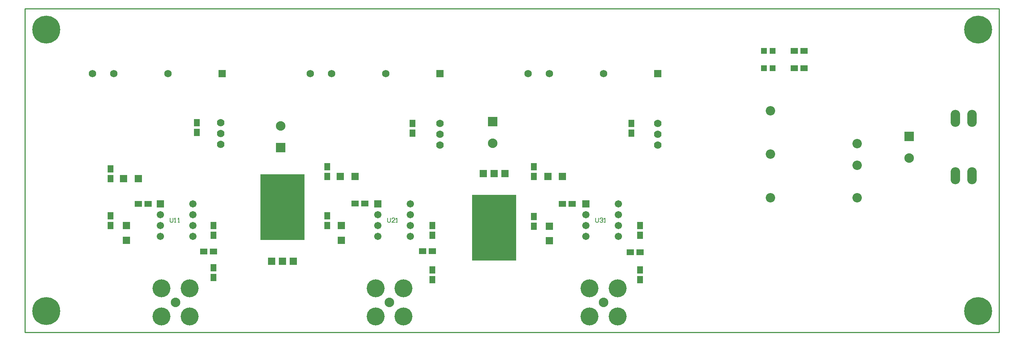
<source format=gts>
G04*
G04 #@! TF.GenerationSoftware,Altium Limited,Altium Designer,18.0.9 (584)*
G04*
G04 Layer_Color=8388736*
%FSLAX43Y43*%
%MOMM*%
G71*
G01*
G75*
%ADD10C,0.254*%
%ADD16C,0.178*%
%ADD23R,10.363X15.443*%
%ADD24R,1.727X1.727*%
%ADD25R,1.727X1.727*%
%ADD26R,1.727X1.473*%
%ADD27R,1.473X1.727*%
%ADD28R,1.403X1.403*%
%ADD29C,6.553*%
%ADD30R,1.778X1.778*%
%ADD31C,1.727*%
%ADD32R,2.235X2.235*%
%ADD33C,2.235*%
%ADD34C,1.778*%
%ADD35C,4.203*%
%ADD36R,1.703X1.703*%
%ADD37C,1.703*%
%ADD38C,2.203*%
%ADD39O,2.235X4.013*%
%ADD40C,1.473*%
D10*
X127Y76073D02*
X127Y127D01*
X228473D01*
X228473Y76073D02*
X228473Y127D01*
X127Y76073D02*
X228473D01*
D16*
X34163Y26924D02*
Y26077D01*
X34332Y25908D01*
X34671D01*
X34840Y26077D01*
Y26924D01*
X35179Y25908D02*
X35517D01*
X35348D01*
Y26924D01*
X35179Y26754D01*
X36025Y25908D02*
X36364D01*
X36194D01*
Y26924D01*
X36025Y26754D01*
X85090Y26924D02*
Y26077D01*
X85259Y25908D01*
X85598D01*
X85767Y26077D01*
Y26924D01*
X86783Y25908D02*
X86106D01*
X86783Y26585D01*
Y26754D01*
X86614Y26924D01*
X86275D01*
X86106Y26754D01*
X87121Y25908D02*
X87460D01*
X87291D01*
Y26924D01*
X87121Y26754D01*
X133858Y26924D02*
Y26077D01*
X134027Y25908D01*
X134366D01*
X134535Y26077D01*
Y26924D01*
X134874Y26754D02*
X135043Y26924D01*
X135382D01*
X135551Y26754D01*
Y26585D01*
X135382Y26416D01*
X135212D01*
X135382D01*
X135551Y26247D01*
Y26077D01*
X135382Y25908D01*
X135043D01*
X134874Y26077D01*
X135889Y25908D02*
X136228D01*
X136059D01*
Y26924D01*
X135889Y26754D01*
D23*
X60452Y29464D02*
D03*
X110109Y24638D02*
D03*
D24*
X123063Y21590D02*
D03*
Y25019D02*
D03*
X74295Y21717D02*
D03*
Y25146D02*
D03*
X23876Y21717D02*
D03*
Y25146D02*
D03*
D25*
X122682Y36703D02*
D03*
X126111D02*
D03*
X74041D02*
D03*
X77470D02*
D03*
X23241Y36195D02*
D03*
X26670D02*
D03*
X148463Y60833D02*
D03*
X97409D02*
D03*
X46355D02*
D03*
D26*
X126111Y30226D02*
D03*
X128397D02*
D03*
X144272Y18923D02*
D03*
X141986D02*
D03*
X95631Y19177D02*
D03*
X93345D02*
D03*
X77470Y30353D02*
D03*
X79756D02*
D03*
X26670Y30226D02*
D03*
X28956D02*
D03*
X182753Y66167D02*
D03*
X180467D02*
D03*
X182753Y62103D02*
D03*
X180467D02*
D03*
X44323Y19050D02*
D03*
X42037D02*
D03*
D27*
X144272Y12446D02*
D03*
Y14732D02*
D03*
X95631Y12446D02*
D03*
Y14732D02*
D03*
X70993Y36703D02*
D03*
Y38989D02*
D03*
X20193Y36195D02*
D03*
Y38481D02*
D03*
Y25146D02*
D03*
Y27432D02*
D03*
X44323Y12954D02*
D03*
Y15240D02*
D03*
Y22860D02*
D03*
Y25146D02*
D03*
X40386Y46990D02*
D03*
Y49276D02*
D03*
X95631Y22860D02*
D03*
Y25146D02*
D03*
X70993D02*
D03*
Y27432D02*
D03*
X90932Y46863D02*
D03*
Y49149D02*
D03*
X144272Y22860D02*
D03*
Y25146D02*
D03*
X119380Y25019D02*
D03*
Y27305D02*
D03*
Y36703D02*
D03*
Y38989D02*
D03*
X142240Y46863D02*
D03*
Y49149D02*
D03*
D28*
X175421Y62103D02*
D03*
X173321D02*
D03*
Y66167D02*
D03*
X175421D02*
D03*
D29*
X223520Y5080D02*
D03*
X5080D02*
D03*
Y71120D02*
D03*
X223520D02*
D03*
D30*
X62992Y16764D02*
D03*
X60452D02*
D03*
X57912D02*
D03*
X107569Y37338D02*
D03*
X110109D02*
D03*
X112649D02*
D03*
D31*
X60452Y34544D02*
D03*
X110109Y19558D02*
D03*
X135763Y60833D02*
D03*
X123063D02*
D03*
X118043D02*
D03*
X84709D02*
D03*
X72009D02*
D03*
X66989D02*
D03*
X33655D02*
D03*
X20955D02*
D03*
X15935D02*
D03*
D32*
X60071Y43434D02*
D03*
X109728Y49530D02*
D03*
X207391Y46101D02*
D03*
D33*
X60071Y48514D02*
D03*
X109728Y44450D02*
D03*
X207391Y41021D02*
D03*
X35431Y7114D02*
D03*
X85597D02*
D03*
X135763D02*
D03*
D34*
X148463Y44069D02*
D03*
Y46609D02*
D03*
Y49149D02*
D03*
X97409Y44069D02*
D03*
Y46609D02*
D03*
Y49149D02*
D03*
X45974Y44196D02*
D03*
Y46736D02*
D03*
Y49276D02*
D03*
D35*
X38731Y3814D02*
D03*
Y10414D02*
D03*
X32131D02*
D03*
Y3814D02*
D03*
X82297Y10414D02*
D03*
Y3814D02*
D03*
X88897D02*
D03*
Y10414D02*
D03*
X132463D02*
D03*
Y3814D02*
D03*
X139063D02*
D03*
Y10414D02*
D03*
D36*
X31877Y30226D02*
D03*
X82804D02*
D03*
X131572D02*
D03*
D37*
X31877Y27686D02*
D03*
Y25146D02*
D03*
Y22606D02*
D03*
X39497Y30226D02*
D03*
Y27686D02*
D03*
Y25146D02*
D03*
Y22606D02*
D03*
X82804Y27686D02*
D03*
Y25146D02*
D03*
Y22606D02*
D03*
X90424Y30226D02*
D03*
Y27686D02*
D03*
Y25146D02*
D03*
Y22606D02*
D03*
X131572Y27686D02*
D03*
Y25146D02*
D03*
Y22606D02*
D03*
X139192Y30226D02*
D03*
Y27686D02*
D03*
Y25146D02*
D03*
Y22606D02*
D03*
D38*
X174879Y31710D02*
D03*
Y41910D02*
D03*
Y52110D02*
D03*
X195179Y44410D02*
D03*
Y39310D02*
D03*
Y31710D02*
D03*
D39*
X218186Y50292D02*
D03*
X222148D02*
D03*
X218186Y36830D02*
D03*
X222148D02*
D03*
D40*
X62992Y25400D02*
D03*
X60452D02*
D03*
X57912D02*
D03*
Y27940D02*
D03*
X60452D02*
D03*
X62992D02*
D03*
Y30480D02*
D03*
X60452D02*
D03*
X57912D02*
D03*
X107569Y28702D02*
D03*
X110109D02*
D03*
X112649D02*
D03*
Y26162D02*
D03*
X110109D02*
D03*
X107569D02*
D03*
Y23622D02*
D03*
X110109D02*
D03*
X112649D02*
D03*
M02*

</source>
